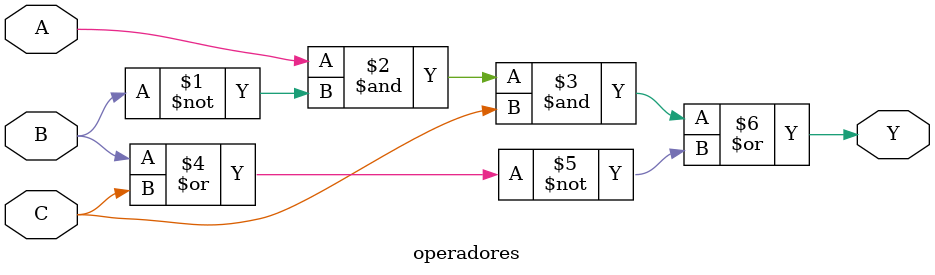
<source format=v>

module gateLevel(input wire A, B, C, output wire Y);

  wire notC, w2, w3, w4;

  not (notC, C);
  and (w2, A, B, notC);
  or  (w3, B, C);
  not (w4, w3);
  or  (Y, w2, w4);

endmodule

// Función a implementar: Y = (A * B' * C) + (B + C)'

module operadores(input wire A, B, C, output wire Y);

  assign Y = (A & ~B & C) | ~(B | C);

endmodule

</source>
